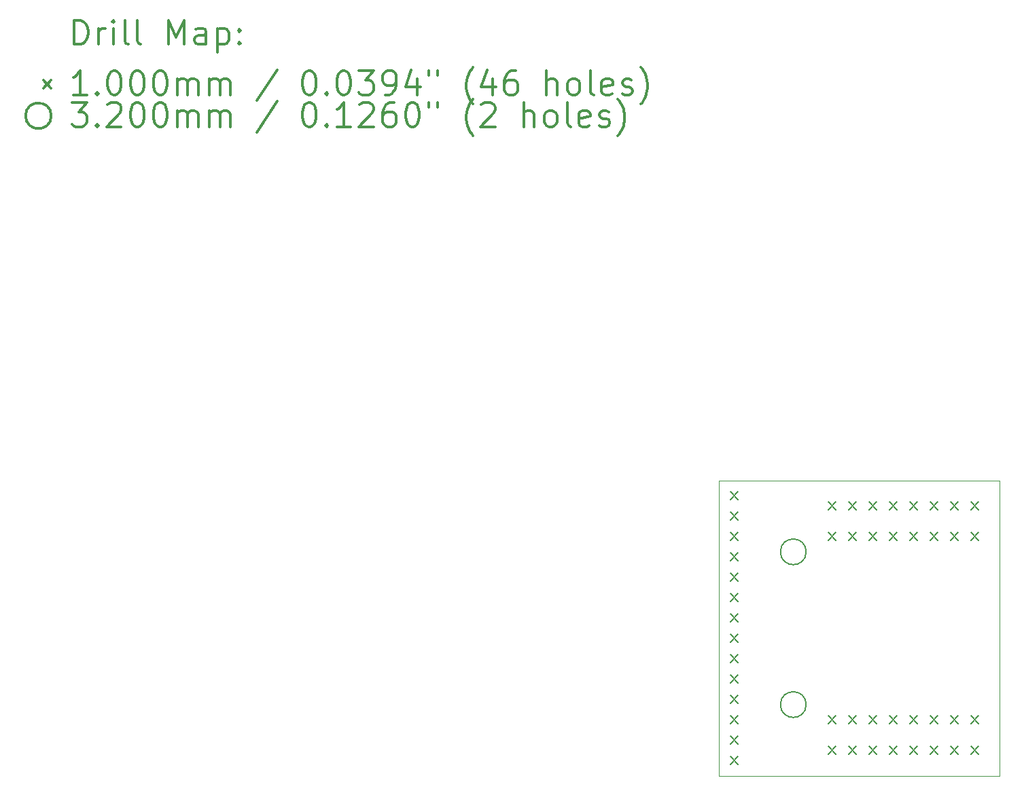
<source format=gbr>
%FSLAX45Y45*%
G04 Gerber Fmt 4.5, Leading zero omitted, Abs format (unit mm)*
G04 Created by KiCad (PCBNEW (5.1.10)-1) date 2021-09-27 00:24:50*
%MOMM*%
%LPD*%
G01*
G04 APERTURE LIST*
%TA.AperFunction,Profile*%
%ADD10C,0.050000*%
%TD*%
%ADD11C,0.200000*%
%ADD12C,0.300000*%
G04 APERTURE END LIST*
D10*
X11818500Y-5905500D02*
X8318500Y-5905500D01*
X8318500Y-9588500D02*
X11818500Y-9588500D01*
X11818500Y-5905500D02*
X11818500Y-9588500D01*
X8318500Y-5905500D02*
X8318500Y-9588500D01*
D11*
X8459000Y-6046000D02*
X8559000Y-6146000D01*
X8559000Y-6046000D02*
X8459000Y-6146000D01*
X8459000Y-6300000D02*
X8559000Y-6400000D01*
X8559000Y-6300000D02*
X8459000Y-6400000D01*
X8459000Y-6554000D02*
X8559000Y-6654000D01*
X8559000Y-6554000D02*
X8459000Y-6654000D01*
X8459000Y-6808000D02*
X8559000Y-6908000D01*
X8559000Y-6808000D02*
X8459000Y-6908000D01*
X8459000Y-7062000D02*
X8559000Y-7162000D01*
X8559000Y-7062000D02*
X8459000Y-7162000D01*
X8459000Y-7316000D02*
X8559000Y-7416000D01*
X8559000Y-7316000D02*
X8459000Y-7416000D01*
X8459000Y-7570000D02*
X8559000Y-7670000D01*
X8559000Y-7570000D02*
X8459000Y-7670000D01*
X8459000Y-7824000D02*
X8559000Y-7924000D01*
X8559000Y-7824000D02*
X8459000Y-7924000D01*
X8459000Y-8078000D02*
X8559000Y-8178000D01*
X8559000Y-8078000D02*
X8459000Y-8178000D01*
X8459000Y-8332000D02*
X8559000Y-8432000D01*
X8559000Y-8332000D02*
X8459000Y-8432000D01*
X8459000Y-8586000D02*
X8559000Y-8686000D01*
X8559000Y-8586000D02*
X8459000Y-8686000D01*
X8459000Y-8840000D02*
X8559000Y-8940000D01*
X8559000Y-8840000D02*
X8459000Y-8940000D01*
X8459000Y-9094000D02*
X8559000Y-9194000D01*
X8559000Y-9094000D02*
X8459000Y-9194000D01*
X8459000Y-9348000D02*
X8559000Y-9448000D01*
X8559000Y-9348000D02*
X8459000Y-9448000D01*
X9678200Y-6173000D02*
X9778200Y-6273000D01*
X9778200Y-6173000D02*
X9678200Y-6273000D01*
X9678200Y-6554000D02*
X9778200Y-6654000D01*
X9778200Y-6554000D02*
X9678200Y-6654000D01*
X9678200Y-8840000D02*
X9778200Y-8940000D01*
X9778200Y-8840000D02*
X9678200Y-8940000D01*
X9678200Y-9221000D02*
X9778200Y-9321000D01*
X9778200Y-9221000D02*
X9678200Y-9321000D01*
X9932200Y-6173000D02*
X10032200Y-6273000D01*
X10032200Y-6173000D02*
X9932200Y-6273000D01*
X9932200Y-6554000D02*
X10032200Y-6654000D01*
X10032200Y-6554000D02*
X9932200Y-6654000D01*
X9932200Y-8840000D02*
X10032200Y-8940000D01*
X10032200Y-8840000D02*
X9932200Y-8940000D01*
X9932200Y-9221000D02*
X10032200Y-9321000D01*
X10032200Y-9221000D02*
X9932200Y-9321000D01*
X10186200Y-6173000D02*
X10286200Y-6273000D01*
X10286200Y-6173000D02*
X10186200Y-6273000D01*
X10186200Y-6554000D02*
X10286200Y-6654000D01*
X10286200Y-6554000D02*
X10186200Y-6654000D01*
X10186200Y-8840000D02*
X10286200Y-8940000D01*
X10286200Y-8840000D02*
X10186200Y-8940000D01*
X10186200Y-9221000D02*
X10286200Y-9321000D01*
X10286200Y-9221000D02*
X10186200Y-9321000D01*
X10440200Y-6173000D02*
X10540200Y-6273000D01*
X10540200Y-6173000D02*
X10440200Y-6273000D01*
X10440200Y-6554000D02*
X10540200Y-6654000D01*
X10540200Y-6554000D02*
X10440200Y-6654000D01*
X10440200Y-8840000D02*
X10540200Y-8940000D01*
X10540200Y-8840000D02*
X10440200Y-8940000D01*
X10440200Y-9221000D02*
X10540200Y-9321000D01*
X10540200Y-9221000D02*
X10440200Y-9321000D01*
X10694200Y-6173000D02*
X10794200Y-6273000D01*
X10794200Y-6173000D02*
X10694200Y-6273000D01*
X10694200Y-6554000D02*
X10794200Y-6654000D01*
X10794200Y-6554000D02*
X10694200Y-6654000D01*
X10694200Y-8840000D02*
X10794200Y-8940000D01*
X10794200Y-8840000D02*
X10694200Y-8940000D01*
X10694200Y-9221000D02*
X10794200Y-9321000D01*
X10794200Y-9221000D02*
X10694200Y-9321000D01*
X10948200Y-6173000D02*
X11048200Y-6273000D01*
X11048200Y-6173000D02*
X10948200Y-6273000D01*
X10948200Y-6554000D02*
X11048200Y-6654000D01*
X11048200Y-6554000D02*
X10948200Y-6654000D01*
X10948200Y-8840000D02*
X11048200Y-8940000D01*
X11048200Y-8840000D02*
X10948200Y-8940000D01*
X10948200Y-9221000D02*
X11048200Y-9321000D01*
X11048200Y-9221000D02*
X10948200Y-9321000D01*
X11202200Y-6173000D02*
X11302200Y-6273000D01*
X11302200Y-6173000D02*
X11202200Y-6273000D01*
X11202200Y-6554000D02*
X11302200Y-6654000D01*
X11302200Y-6554000D02*
X11202200Y-6654000D01*
X11202200Y-8840000D02*
X11302200Y-8940000D01*
X11302200Y-8840000D02*
X11202200Y-8940000D01*
X11202200Y-9221000D02*
X11302200Y-9321000D01*
X11302200Y-9221000D02*
X11202200Y-9321000D01*
X11456200Y-6173000D02*
X11556200Y-6273000D01*
X11556200Y-6173000D02*
X11456200Y-6273000D01*
X11456200Y-6554000D02*
X11556200Y-6654000D01*
X11556200Y-6554000D02*
X11456200Y-6654000D01*
X11456200Y-8840000D02*
X11556200Y-8940000D01*
X11556200Y-8840000D02*
X11456200Y-8940000D01*
X11456200Y-9221000D02*
X11556200Y-9321000D01*
X11556200Y-9221000D02*
X11456200Y-9321000D01*
X9405600Y-6794500D02*
G75*
G03*
X9405600Y-6794500I-160000J0D01*
G01*
X9405600Y-8699500D02*
G75*
G03*
X9405600Y-8699500I-160000J0D01*
G01*
D12*
X286429Y-465714D02*
X286429Y-165714D01*
X357857Y-165714D01*
X400714Y-180000D01*
X429286Y-208571D01*
X443571Y-237143D01*
X457857Y-294286D01*
X457857Y-337143D01*
X443571Y-394286D01*
X429286Y-422857D01*
X400714Y-451428D01*
X357857Y-465714D01*
X286429Y-465714D01*
X586429Y-465714D02*
X586429Y-265714D01*
X586429Y-322857D02*
X600714Y-294286D01*
X615000Y-280000D01*
X643571Y-265714D01*
X672143Y-265714D01*
X772143Y-465714D02*
X772143Y-265714D01*
X772143Y-165714D02*
X757857Y-180000D01*
X772143Y-194286D01*
X786428Y-180000D01*
X772143Y-165714D01*
X772143Y-194286D01*
X957857Y-465714D02*
X929286Y-451428D01*
X915000Y-422857D01*
X915000Y-165714D01*
X1115000Y-465714D02*
X1086429Y-451428D01*
X1072143Y-422857D01*
X1072143Y-165714D01*
X1457857Y-465714D02*
X1457857Y-165714D01*
X1557857Y-380000D01*
X1657857Y-165714D01*
X1657857Y-465714D01*
X1929286Y-465714D02*
X1929286Y-308571D01*
X1915000Y-280000D01*
X1886428Y-265714D01*
X1829286Y-265714D01*
X1800714Y-280000D01*
X1929286Y-451428D02*
X1900714Y-465714D01*
X1829286Y-465714D01*
X1800714Y-451428D01*
X1786428Y-422857D01*
X1786428Y-394286D01*
X1800714Y-365714D01*
X1829286Y-351428D01*
X1900714Y-351428D01*
X1929286Y-337143D01*
X2072143Y-265714D02*
X2072143Y-565714D01*
X2072143Y-280000D02*
X2100714Y-265714D01*
X2157857Y-265714D01*
X2186429Y-280000D01*
X2200714Y-294286D01*
X2215000Y-322857D01*
X2215000Y-408571D01*
X2200714Y-437143D01*
X2186429Y-451428D01*
X2157857Y-465714D01*
X2100714Y-465714D01*
X2072143Y-451428D01*
X2343571Y-437143D02*
X2357857Y-451428D01*
X2343571Y-465714D01*
X2329286Y-451428D01*
X2343571Y-437143D01*
X2343571Y-465714D01*
X2343571Y-280000D02*
X2357857Y-294286D01*
X2343571Y-308571D01*
X2329286Y-294286D01*
X2343571Y-280000D01*
X2343571Y-308571D01*
X-100000Y-910000D02*
X0Y-1010000D01*
X0Y-910000D02*
X-100000Y-1010000D01*
X443571Y-1095714D02*
X272143Y-1095714D01*
X357857Y-1095714D02*
X357857Y-795714D01*
X329286Y-838571D01*
X300714Y-867143D01*
X272143Y-881428D01*
X572143Y-1067143D02*
X586429Y-1081429D01*
X572143Y-1095714D01*
X557857Y-1081429D01*
X572143Y-1067143D01*
X572143Y-1095714D01*
X772143Y-795714D02*
X800714Y-795714D01*
X829286Y-810000D01*
X843571Y-824286D01*
X857857Y-852857D01*
X872143Y-910000D01*
X872143Y-981428D01*
X857857Y-1038571D01*
X843571Y-1067143D01*
X829286Y-1081429D01*
X800714Y-1095714D01*
X772143Y-1095714D01*
X743571Y-1081429D01*
X729286Y-1067143D01*
X715000Y-1038571D01*
X700714Y-981428D01*
X700714Y-910000D01*
X715000Y-852857D01*
X729286Y-824286D01*
X743571Y-810000D01*
X772143Y-795714D01*
X1057857Y-795714D02*
X1086429Y-795714D01*
X1115000Y-810000D01*
X1129286Y-824286D01*
X1143571Y-852857D01*
X1157857Y-910000D01*
X1157857Y-981428D01*
X1143571Y-1038571D01*
X1129286Y-1067143D01*
X1115000Y-1081429D01*
X1086429Y-1095714D01*
X1057857Y-1095714D01*
X1029286Y-1081429D01*
X1015000Y-1067143D01*
X1000714Y-1038571D01*
X986428Y-981428D01*
X986428Y-910000D01*
X1000714Y-852857D01*
X1015000Y-824286D01*
X1029286Y-810000D01*
X1057857Y-795714D01*
X1343571Y-795714D02*
X1372143Y-795714D01*
X1400714Y-810000D01*
X1415000Y-824286D01*
X1429286Y-852857D01*
X1443571Y-910000D01*
X1443571Y-981428D01*
X1429286Y-1038571D01*
X1415000Y-1067143D01*
X1400714Y-1081429D01*
X1372143Y-1095714D01*
X1343571Y-1095714D01*
X1315000Y-1081429D01*
X1300714Y-1067143D01*
X1286429Y-1038571D01*
X1272143Y-981428D01*
X1272143Y-910000D01*
X1286429Y-852857D01*
X1300714Y-824286D01*
X1315000Y-810000D01*
X1343571Y-795714D01*
X1572143Y-1095714D02*
X1572143Y-895714D01*
X1572143Y-924286D02*
X1586428Y-910000D01*
X1615000Y-895714D01*
X1657857Y-895714D01*
X1686428Y-910000D01*
X1700714Y-938571D01*
X1700714Y-1095714D01*
X1700714Y-938571D02*
X1715000Y-910000D01*
X1743571Y-895714D01*
X1786428Y-895714D01*
X1815000Y-910000D01*
X1829286Y-938571D01*
X1829286Y-1095714D01*
X1972143Y-1095714D02*
X1972143Y-895714D01*
X1972143Y-924286D02*
X1986428Y-910000D01*
X2015000Y-895714D01*
X2057857Y-895714D01*
X2086428Y-910000D01*
X2100714Y-938571D01*
X2100714Y-1095714D01*
X2100714Y-938571D02*
X2115000Y-910000D01*
X2143571Y-895714D01*
X2186429Y-895714D01*
X2215000Y-910000D01*
X2229286Y-938571D01*
X2229286Y-1095714D01*
X2815000Y-781428D02*
X2557857Y-1167143D01*
X3200714Y-795714D02*
X3229286Y-795714D01*
X3257857Y-810000D01*
X3272143Y-824286D01*
X3286428Y-852857D01*
X3300714Y-910000D01*
X3300714Y-981428D01*
X3286428Y-1038571D01*
X3272143Y-1067143D01*
X3257857Y-1081429D01*
X3229286Y-1095714D01*
X3200714Y-1095714D01*
X3172143Y-1081429D01*
X3157857Y-1067143D01*
X3143571Y-1038571D01*
X3129286Y-981428D01*
X3129286Y-910000D01*
X3143571Y-852857D01*
X3157857Y-824286D01*
X3172143Y-810000D01*
X3200714Y-795714D01*
X3429286Y-1067143D02*
X3443571Y-1081429D01*
X3429286Y-1095714D01*
X3415000Y-1081429D01*
X3429286Y-1067143D01*
X3429286Y-1095714D01*
X3629286Y-795714D02*
X3657857Y-795714D01*
X3686428Y-810000D01*
X3700714Y-824286D01*
X3715000Y-852857D01*
X3729286Y-910000D01*
X3729286Y-981428D01*
X3715000Y-1038571D01*
X3700714Y-1067143D01*
X3686428Y-1081429D01*
X3657857Y-1095714D01*
X3629286Y-1095714D01*
X3600714Y-1081429D01*
X3586428Y-1067143D01*
X3572143Y-1038571D01*
X3557857Y-981428D01*
X3557857Y-910000D01*
X3572143Y-852857D01*
X3586428Y-824286D01*
X3600714Y-810000D01*
X3629286Y-795714D01*
X3829286Y-795714D02*
X4015000Y-795714D01*
X3915000Y-910000D01*
X3957857Y-910000D01*
X3986428Y-924286D01*
X4000714Y-938571D01*
X4015000Y-967143D01*
X4015000Y-1038571D01*
X4000714Y-1067143D01*
X3986428Y-1081429D01*
X3957857Y-1095714D01*
X3872143Y-1095714D01*
X3843571Y-1081429D01*
X3829286Y-1067143D01*
X4157857Y-1095714D02*
X4215000Y-1095714D01*
X4243571Y-1081429D01*
X4257857Y-1067143D01*
X4286429Y-1024286D01*
X4300714Y-967143D01*
X4300714Y-852857D01*
X4286429Y-824286D01*
X4272143Y-810000D01*
X4243571Y-795714D01*
X4186428Y-795714D01*
X4157857Y-810000D01*
X4143571Y-824286D01*
X4129286Y-852857D01*
X4129286Y-924286D01*
X4143571Y-952857D01*
X4157857Y-967143D01*
X4186428Y-981428D01*
X4243571Y-981428D01*
X4272143Y-967143D01*
X4286429Y-952857D01*
X4300714Y-924286D01*
X4557857Y-895714D02*
X4557857Y-1095714D01*
X4486429Y-781428D02*
X4415000Y-995714D01*
X4600714Y-995714D01*
X4700714Y-795714D02*
X4700714Y-852857D01*
X4815000Y-795714D02*
X4815000Y-852857D01*
X5257857Y-1210000D02*
X5243571Y-1195714D01*
X5215000Y-1152857D01*
X5200714Y-1124286D01*
X5186429Y-1081429D01*
X5172143Y-1010000D01*
X5172143Y-952857D01*
X5186429Y-881428D01*
X5200714Y-838571D01*
X5215000Y-810000D01*
X5243571Y-767143D01*
X5257857Y-752857D01*
X5500714Y-895714D02*
X5500714Y-1095714D01*
X5429286Y-781428D02*
X5357857Y-995714D01*
X5543571Y-995714D01*
X5786428Y-795714D02*
X5729286Y-795714D01*
X5700714Y-810000D01*
X5686428Y-824286D01*
X5657857Y-867143D01*
X5643571Y-924286D01*
X5643571Y-1038571D01*
X5657857Y-1067143D01*
X5672143Y-1081429D01*
X5700714Y-1095714D01*
X5757857Y-1095714D01*
X5786428Y-1081429D01*
X5800714Y-1067143D01*
X5815000Y-1038571D01*
X5815000Y-967143D01*
X5800714Y-938571D01*
X5786428Y-924286D01*
X5757857Y-910000D01*
X5700714Y-910000D01*
X5672143Y-924286D01*
X5657857Y-938571D01*
X5643571Y-967143D01*
X6172143Y-1095714D02*
X6172143Y-795714D01*
X6300714Y-1095714D02*
X6300714Y-938571D01*
X6286428Y-910000D01*
X6257857Y-895714D01*
X6215000Y-895714D01*
X6186428Y-910000D01*
X6172143Y-924286D01*
X6486428Y-1095714D02*
X6457857Y-1081429D01*
X6443571Y-1067143D01*
X6429286Y-1038571D01*
X6429286Y-952857D01*
X6443571Y-924286D01*
X6457857Y-910000D01*
X6486428Y-895714D01*
X6529286Y-895714D01*
X6557857Y-910000D01*
X6572143Y-924286D01*
X6586428Y-952857D01*
X6586428Y-1038571D01*
X6572143Y-1067143D01*
X6557857Y-1081429D01*
X6529286Y-1095714D01*
X6486428Y-1095714D01*
X6757857Y-1095714D02*
X6729286Y-1081429D01*
X6715000Y-1052857D01*
X6715000Y-795714D01*
X6986428Y-1081429D02*
X6957857Y-1095714D01*
X6900714Y-1095714D01*
X6872143Y-1081429D01*
X6857857Y-1052857D01*
X6857857Y-938571D01*
X6872143Y-910000D01*
X6900714Y-895714D01*
X6957857Y-895714D01*
X6986428Y-910000D01*
X7000714Y-938571D01*
X7000714Y-967143D01*
X6857857Y-995714D01*
X7115000Y-1081429D02*
X7143571Y-1095714D01*
X7200714Y-1095714D01*
X7229286Y-1081429D01*
X7243571Y-1052857D01*
X7243571Y-1038571D01*
X7229286Y-1010000D01*
X7200714Y-995714D01*
X7157857Y-995714D01*
X7129286Y-981428D01*
X7115000Y-952857D01*
X7115000Y-938571D01*
X7129286Y-910000D01*
X7157857Y-895714D01*
X7200714Y-895714D01*
X7229286Y-910000D01*
X7343571Y-1210000D02*
X7357857Y-1195714D01*
X7386428Y-1152857D01*
X7400714Y-1124286D01*
X7415000Y-1081429D01*
X7429286Y-1010000D01*
X7429286Y-952857D01*
X7415000Y-881428D01*
X7400714Y-838571D01*
X7386428Y-810000D01*
X7357857Y-767143D01*
X7343571Y-752857D01*
X0Y-1356000D02*
G75*
G03*
X0Y-1356000I-160000J0D01*
G01*
X257857Y-1191714D02*
X443571Y-1191714D01*
X343571Y-1306000D01*
X386428Y-1306000D01*
X415000Y-1320286D01*
X429286Y-1334571D01*
X443571Y-1363143D01*
X443571Y-1434571D01*
X429286Y-1463143D01*
X415000Y-1477428D01*
X386428Y-1491714D01*
X300714Y-1491714D01*
X272143Y-1477428D01*
X257857Y-1463143D01*
X572143Y-1463143D02*
X586429Y-1477428D01*
X572143Y-1491714D01*
X557857Y-1477428D01*
X572143Y-1463143D01*
X572143Y-1491714D01*
X700714Y-1220286D02*
X715000Y-1206000D01*
X743571Y-1191714D01*
X815000Y-1191714D01*
X843571Y-1206000D01*
X857857Y-1220286D01*
X872143Y-1248857D01*
X872143Y-1277429D01*
X857857Y-1320286D01*
X686429Y-1491714D01*
X872143Y-1491714D01*
X1057857Y-1191714D02*
X1086429Y-1191714D01*
X1115000Y-1206000D01*
X1129286Y-1220286D01*
X1143571Y-1248857D01*
X1157857Y-1306000D01*
X1157857Y-1377429D01*
X1143571Y-1434571D01*
X1129286Y-1463143D01*
X1115000Y-1477428D01*
X1086429Y-1491714D01*
X1057857Y-1491714D01*
X1029286Y-1477428D01*
X1015000Y-1463143D01*
X1000714Y-1434571D01*
X986428Y-1377429D01*
X986428Y-1306000D01*
X1000714Y-1248857D01*
X1015000Y-1220286D01*
X1029286Y-1206000D01*
X1057857Y-1191714D01*
X1343571Y-1191714D02*
X1372143Y-1191714D01*
X1400714Y-1206000D01*
X1415000Y-1220286D01*
X1429286Y-1248857D01*
X1443571Y-1306000D01*
X1443571Y-1377429D01*
X1429286Y-1434571D01*
X1415000Y-1463143D01*
X1400714Y-1477428D01*
X1372143Y-1491714D01*
X1343571Y-1491714D01*
X1315000Y-1477428D01*
X1300714Y-1463143D01*
X1286429Y-1434571D01*
X1272143Y-1377429D01*
X1272143Y-1306000D01*
X1286429Y-1248857D01*
X1300714Y-1220286D01*
X1315000Y-1206000D01*
X1343571Y-1191714D01*
X1572143Y-1491714D02*
X1572143Y-1291714D01*
X1572143Y-1320286D02*
X1586428Y-1306000D01*
X1615000Y-1291714D01*
X1657857Y-1291714D01*
X1686428Y-1306000D01*
X1700714Y-1334571D01*
X1700714Y-1491714D01*
X1700714Y-1334571D02*
X1715000Y-1306000D01*
X1743571Y-1291714D01*
X1786428Y-1291714D01*
X1815000Y-1306000D01*
X1829286Y-1334571D01*
X1829286Y-1491714D01*
X1972143Y-1491714D02*
X1972143Y-1291714D01*
X1972143Y-1320286D02*
X1986428Y-1306000D01*
X2015000Y-1291714D01*
X2057857Y-1291714D01*
X2086428Y-1306000D01*
X2100714Y-1334571D01*
X2100714Y-1491714D01*
X2100714Y-1334571D02*
X2115000Y-1306000D01*
X2143571Y-1291714D01*
X2186429Y-1291714D01*
X2215000Y-1306000D01*
X2229286Y-1334571D01*
X2229286Y-1491714D01*
X2815000Y-1177429D02*
X2557857Y-1563143D01*
X3200714Y-1191714D02*
X3229286Y-1191714D01*
X3257857Y-1206000D01*
X3272143Y-1220286D01*
X3286428Y-1248857D01*
X3300714Y-1306000D01*
X3300714Y-1377429D01*
X3286428Y-1434571D01*
X3272143Y-1463143D01*
X3257857Y-1477428D01*
X3229286Y-1491714D01*
X3200714Y-1491714D01*
X3172143Y-1477428D01*
X3157857Y-1463143D01*
X3143571Y-1434571D01*
X3129286Y-1377429D01*
X3129286Y-1306000D01*
X3143571Y-1248857D01*
X3157857Y-1220286D01*
X3172143Y-1206000D01*
X3200714Y-1191714D01*
X3429286Y-1463143D02*
X3443571Y-1477428D01*
X3429286Y-1491714D01*
X3415000Y-1477428D01*
X3429286Y-1463143D01*
X3429286Y-1491714D01*
X3729286Y-1491714D02*
X3557857Y-1491714D01*
X3643571Y-1491714D02*
X3643571Y-1191714D01*
X3615000Y-1234571D01*
X3586428Y-1263143D01*
X3557857Y-1277429D01*
X3843571Y-1220286D02*
X3857857Y-1206000D01*
X3886428Y-1191714D01*
X3957857Y-1191714D01*
X3986428Y-1206000D01*
X4000714Y-1220286D01*
X4015000Y-1248857D01*
X4015000Y-1277429D01*
X4000714Y-1320286D01*
X3829286Y-1491714D01*
X4015000Y-1491714D01*
X4272143Y-1191714D02*
X4215000Y-1191714D01*
X4186428Y-1206000D01*
X4172143Y-1220286D01*
X4143571Y-1263143D01*
X4129286Y-1320286D01*
X4129286Y-1434571D01*
X4143571Y-1463143D01*
X4157857Y-1477428D01*
X4186428Y-1491714D01*
X4243571Y-1491714D01*
X4272143Y-1477428D01*
X4286429Y-1463143D01*
X4300714Y-1434571D01*
X4300714Y-1363143D01*
X4286429Y-1334571D01*
X4272143Y-1320286D01*
X4243571Y-1306000D01*
X4186428Y-1306000D01*
X4157857Y-1320286D01*
X4143571Y-1334571D01*
X4129286Y-1363143D01*
X4486429Y-1191714D02*
X4515000Y-1191714D01*
X4543571Y-1206000D01*
X4557857Y-1220286D01*
X4572143Y-1248857D01*
X4586429Y-1306000D01*
X4586429Y-1377429D01*
X4572143Y-1434571D01*
X4557857Y-1463143D01*
X4543571Y-1477428D01*
X4515000Y-1491714D01*
X4486429Y-1491714D01*
X4457857Y-1477428D01*
X4443571Y-1463143D01*
X4429286Y-1434571D01*
X4415000Y-1377429D01*
X4415000Y-1306000D01*
X4429286Y-1248857D01*
X4443571Y-1220286D01*
X4457857Y-1206000D01*
X4486429Y-1191714D01*
X4700714Y-1191714D02*
X4700714Y-1248857D01*
X4815000Y-1191714D02*
X4815000Y-1248857D01*
X5257857Y-1606000D02*
X5243571Y-1591714D01*
X5215000Y-1548857D01*
X5200714Y-1520286D01*
X5186429Y-1477428D01*
X5172143Y-1406000D01*
X5172143Y-1348857D01*
X5186429Y-1277429D01*
X5200714Y-1234571D01*
X5215000Y-1206000D01*
X5243571Y-1163143D01*
X5257857Y-1148857D01*
X5357857Y-1220286D02*
X5372143Y-1206000D01*
X5400714Y-1191714D01*
X5472143Y-1191714D01*
X5500714Y-1206000D01*
X5515000Y-1220286D01*
X5529286Y-1248857D01*
X5529286Y-1277429D01*
X5515000Y-1320286D01*
X5343571Y-1491714D01*
X5529286Y-1491714D01*
X5886428Y-1491714D02*
X5886428Y-1191714D01*
X6015000Y-1491714D02*
X6015000Y-1334571D01*
X6000714Y-1306000D01*
X5972143Y-1291714D01*
X5929286Y-1291714D01*
X5900714Y-1306000D01*
X5886428Y-1320286D01*
X6200714Y-1491714D02*
X6172143Y-1477428D01*
X6157857Y-1463143D01*
X6143571Y-1434571D01*
X6143571Y-1348857D01*
X6157857Y-1320286D01*
X6172143Y-1306000D01*
X6200714Y-1291714D01*
X6243571Y-1291714D01*
X6272143Y-1306000D01*
X6286428Y-1320286D01*
X6300714Y-1348857D01*
X6300714Y-1434571D01*
X6286428Y-1463143D01*
X6272143Y-1477428D01*
X6243571Y-1491714D01*
X6200714Y-1491714D01*
X6472143Y-1491714D02*
X6443571Y-1477428D01*
X6429286Y-1448857D01*
X6429286Y-1191714D01*
X6700714Y-1477428D02*
X6672143Y-1491714D01*
X6615000Y-1491714D01*
X6586428Y-1477428D01*
X6572143Y-1448857D01*
X6572143Y-1334571D01*
X6586428Y-1306000D01*
X6615000Y-1291714D01*
X6672143Y-1291714D01*
X6700714Y-1306000D01*
X6715000Y-1334571D01*
X6715000Y-1363143D01*
X6572143Y-1391714D01*
X6829286Y-1477428D02*
X6857857Y-1491714D01*
X6915000Y-1491714D01*
X6943571Y-1477428D01*
X6957857Y-1448857D01*
X6957857Y-1434571D01*
X6943571Y-1406000D01*
X6915000Y-1391714D01*
X6872143Y-1391714D01*
X6843571Y-1377429D01*
X6829286Y-1348857D01*
X6829286Y-1334571D01*
X6843571Y-1306000D01*
X6872143Y-1291714D01*
X6915000Y-1291714D01*
X6943571Y-1306000D01*
X7057857Y-1606000D02*
X7072143Y-1591714D01*
X7100714Y-1548857D01*
X7115000Y-1520286D01*
X7129286Y-1477428D01*
X7143571Y-1406000D01*
X7143571Y-1348857D01*
X7129286Y-1277429D01*
X7115000Y-1234571D01*
X7100714Y-1206000D01*
X7072143Y-1163143D01*
X7057857Y-1148857D01*
M02*

</source>
